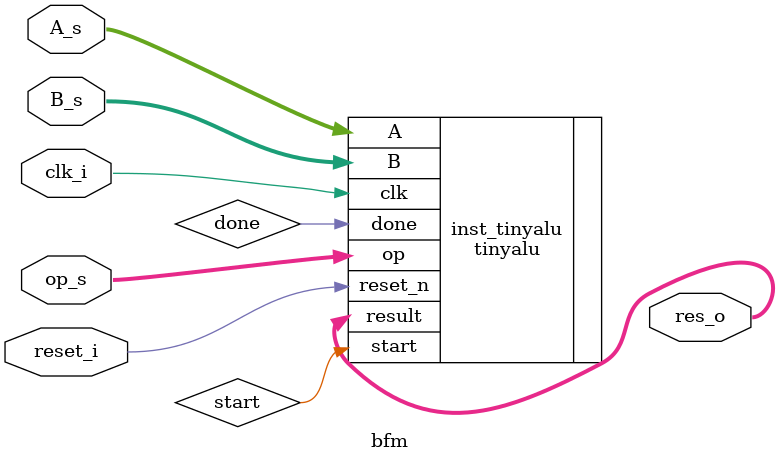
<source format=v>
`timescale 1ns/1ps

module bfm(
input   clk_i,
input   reset_i,
input   [7:0] A_s,
input   [7:0] B_s,
input   [2:0] op_s,
output  reg [15:0] res_o
);


tinyalu inst_tinyalu(
    .clk(clk_i),
    .A(A_s),
    .B(B_s),
    .op(op_s),
    .reset_n(reset_i),
    .start(start),
    .done(done),
    .result(res_o)
);


initial begin
    //$dumpfile("dump.vcd");
    //$dumpvars;
end

endmodule
</source>
